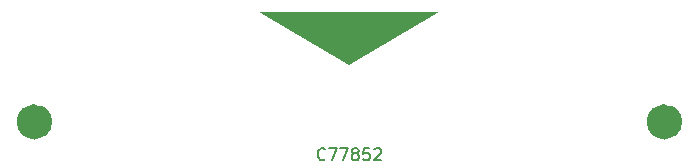
<source format=gbr>
%TF.GenerationSoftware,KiCad,Pcbnew,(6.0.9)*%
%TF.CreationDate,2024-02-02T01:57:23+05:30*%
%TF.ProjectId,RJ45-To-Terminal,524a3435-2d54-46f2-9d54-65726d696e61,2*%
%TF.SameCoordinates,Original*%
%TF.FileFunction,Other,Comment*%
%FSLAX46Y46*%
G04 Gerber Fmt 4.6, Leading zero omitted, Abs format (unit mm)*
G04 Created by KiCad (PCBNEW (6.0.9)) date 2024-02-02 01:57:23*
%MOMM*%
%LPD*%
G01*
G04 APERTURE LIST*
%ADD10C,0.150000*%
%ADD11C,1.500000*%
G04 APERTURE END LIST*
D10*
%TO.C,RJ45-1*%
X127686971Y-56201542D02*
X127639352Y-56249161D01*
X127496495Y-56296780D01*
X127401257Y-56296780D01*
X127258400Y-56249161D01*
X127163161Y-56153923D01*
X127115542Y-56058685D01*
X127067923Y-55868209D01*
X127067923Y-55725352D01*
X127115542Y-55534876D01*
X127163161Y-55439638D01*
X127258400Y-55344400D01*
X127401257Y-55296780D01*
X127496495Y-55296780D01*
X127639352Y-55344400D01*
X127686971Y-55392019D01*
X128020304Y-55296780D02*
X128686971Y-55296780D01*
X128258400Y-56296780D01*
X128972685Y-55296780D02*
X129639352Y-55296780D01*
X129210780Y-56296780D01*
X130163161Y-55725352D02*
X130067923Y-55677733D01*
X130020304Y-55630114D01*
X129972685Y-55534876D01*
X129972685Y-55487257D01*
X130020304Y-55392019D01*
X130067923Y-55344400D01*
X130163161Y-55296780D01*
X130353638Y-55296780D01*
X130448876Y-55344400D01*
X130496495Y-55392019D01*
X130544114Y-55487257D01*
X130544114Y-55534876D01*
X130496495Y-55630114D01*
X130448876Y-55677733D01*
X130353638Y-55725352D01*
X130163161Y-55725352D01*
X130067923Y-55772971D01*
X130020304Y-55820590D01*
X129972685Y-55915828D01*
X129972685Y-56106304D01*
X130020304Y-56201542D01*
X130067923Y-56249161D01*
X130163161Y-56296780D01*
X130353638Y-56296780D01*
X130448876Y-56249161D01*
X130496495Y-56201542D01*
X130544114Y-56106304D01*
X130544114Y-55915828D01*
X130496495Y-55820590D01*
X130448876Y-55772971D01*
X130353638Y-55725352D01*
X131448876Y-55296780D02*
X130972685Y-55296780D01*
X130925066Y-55772971D01*
X130972685Y-55725352D01*
X131067923Y-55677733D01*
X131306019Y-55677733D01*
X131401257Y-55725352D01*
X131448876Y-55772971D01*
X131496495Y-55868209D01*
X131496495Y-56106304D01*
X131448876Y-56201542D01*
X131401257Y-56249161D01*
X131306019Y-56296780D01*
X131067923Y-56296780D01*
X130972685Y-56249161D01*
X130925066Y-56201542D01*
X131877447Y-55392019D02*
X131925066Y-55344400D01*
X132020304Y-55296780D01*
X132258400Y-55296780D01*
X132353638Y-55344400D01*
X132401257Y-55392019D01*
X132448876Y-55487257D01*
X132448876Y-55582495D01*
X132401257Y-55725352D01*
X131829828Y-56296780D01*
X132448876Y-56296780D01*
D11*
X103838400Y-53049400D02*
G75*
G03*
X103838400Y-53049400I-750000J0D01*
G01*
X157178400Y-53049400D02*
G75*
G03*
X157178400Y-53049400I-750000J0D01*
G01*
G36*
X129758400Y-48224400D02*
G01*
X122138400Y-43779400D01*
X137378400Y-43779400D01*
X129758400Y-48224400D01*
G37*
%TD*%
M02*

</source>
